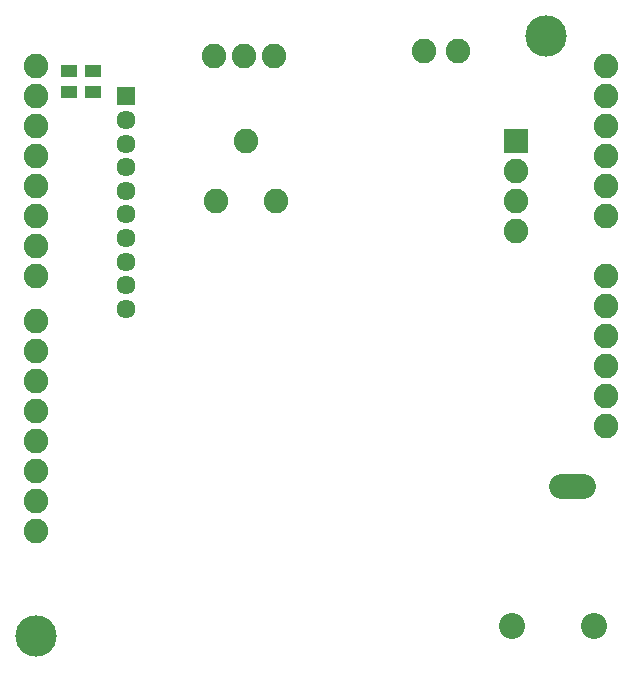
<source format=gbs>
G75*
G70*
%OFA0B0*%
%FSLAX24Y24*%
%IPPOS*%
%LPD*%
%AMOC8*
5,1,8,0,0,1.08239X$1,22.5*
%
%ADD10C,0.0820*%
%ADD11C,0.1380*%
%ADD12C,0.0820*%
%ADD13R,0.0552X0.0395*%
%ADD14R,0.0820X0.0820*%
%ADD15C,0.0867*%
%ADD16R,0.0635X0.0635*%
%ADD17C,0.0635*%
D10*
X009335Y012259D03*
X009335Y013259D03*
X009335Y014259D03*
X009335Y015259D03*
X009335Y016259D03*
X009335Y017259D03*
X009335Y018259D03*
X009335Y019259D03*
X009335Y020759D03*
X009335Y021759D03*
X009335Y022759D03*
X009335Y023759D03*
X009335Y024759D03*
X009335Y025759D03*
X009335Y026759D03*
X009335Y027759D03*
X015285Y028109D03*
X016285Y028109D03*
X017285Y028109D03*
X016335Y025259D03*
X015335Y023259D03*
X017335Y023259D03*
X022265Y028259D03*
X023405Y028259D03*
X028335Y027759D03*
X028335Y026759D03*
X028335Y025759D03*
X028335Y024759D03*
X028335Y023759D03*
X028335Y022759D03*
X028335Y020759D03*
X028335Y019759D03*
X028335Y018759D03*
X028335Y017759D03*
X028335Y016759D03*
X028335Y015759D03*
X025335Y022259D03*
X025335Y023259D03*
X025335Y024259D03*
D11*
X009335Y008759D03*
X026335Y028759D03*
D12*
X026835Y013759D02*
X027575Y013759D01*
D13*
X011235Y026905D03*
X010435Y026905D03*
X010435Y027613D03*
X011235Y027613D03*
D14*
X025335Y025259D03*
D15*
X025201Y009109D03*
X027957Y009109D03*
D16*
X012335Y026759D03*
D17*
X012335Y025971D03*
X012335Y025184D03*
X012335Y024397D03*
X012335Y023609D03*
X012335Y022822D03*
X012335Y022034D03*
X012335Y021247D03*
X012335Y020460D03*
X012335Y019672D03*
M02*

</source>
